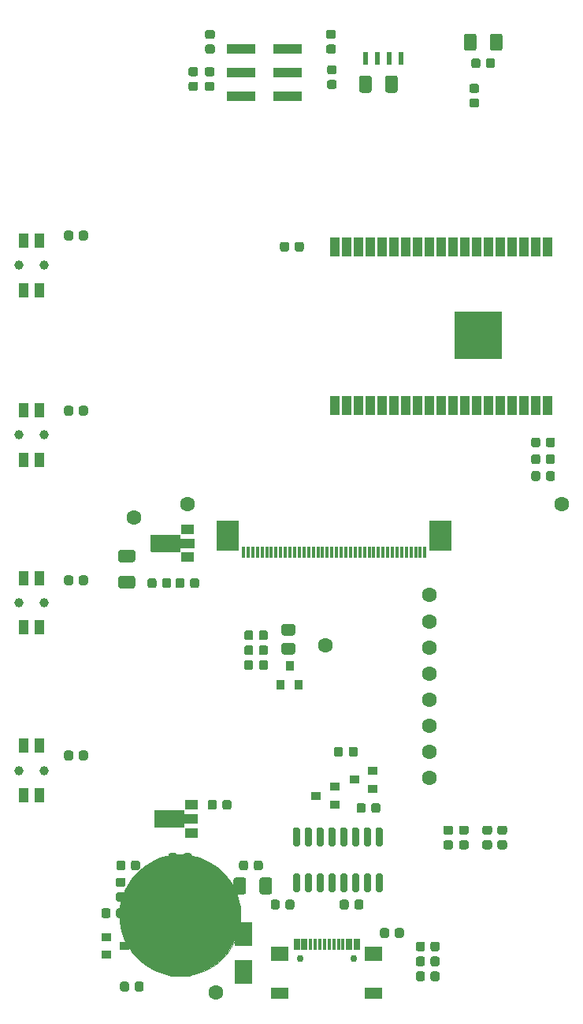
<source format=gbr>
%TF.GenerationSoftware,KiCad,Pcbnew,(5.1.6-0-10_14)*%
%TF.CreationDate,2021-01-05T22:04:13+01:00*%
%TF.ProjectId,ecsc21-badge,65637363-3231-42d6-9261-6467652e6b69,rev?*%
%TF.SameCoordinates,PX5c07920PY8b3c880*%
%TF.FileFunction,Soldermask,Bot*%
%TF.FilePolarity,Negative*%
%FSLAX46Y46*%
G04 Gerber Fmt 4.6, Leading zero omitted, Abs format (unit mm)*
G04 Created by KiCad (PCBNEW (5.1.6-0-10_14)) date 2021-01-05 22:04:13*
%MOMM*%
%LPD*%
G01*
G04 APERTURE LIST*
%ADD10C,0.010000*%
%ADD11R,0.600000X1.370000*%
%ADD12R,2.400000X3.200000*%
%ADD13R,0.400000X1.200000*%
%ADD14R,5.100000X5.100000*%
%ADD15R,1.000000X2.100000*%
%ADD16R,1.000000X0.900000*%
%ADD17C,1.000000*%
%ADD18R,1.100000X1.650000*%
%ADD19C,1.600000*%
%ADD20C,0.100000*%
%ADD21R,1.400000X1.000000*%
%ADD22R,1.900000X1.550000*%
%ADD23R,1.900000X1.300000*%
%ADD24R,0.400000X1.260000*%
%ADD25C,0.750000*%
%ADD26R,0.700000X1.260000*%
%ADD27R,0.900000X1.000000*%
%ADD28R,3.100000X1.100000*%
%ADD29R,1.900000X2.600000*%
G04 APERTURE END LIST*
D10*
%TO.C,G\u002A\u002A\u002A*%
G36*
X42444485Y10322162D02*
G01*
X42963658Y10240138D01*
X43356324Y10149464D01*
X43816474Y10008102D01*
X44271698Y9828543D01*
X44716167Y9614006D01*
X45144052Y9367712D01*
X45549525Y9092881D01*
X45926757Y8792732D01*
X46108162Y8629281D01*
X46486680Y8245248D01*
X46828533Y7840272D01*
X47133544Y7414644D01*
X47401535Y6968649D01*
X47632329Y6502576D01*
X47825747Y6016714D01*
X47940138Y5660409D01*
X48021778Y5345667D01*
X48091044Y5010415D01*
X48143740Y4675682D01*
X48155150Y4583213D01*
X48168058Y4437520D01*
X48177573Y4260934D01*
X48183619Y4064485D01*
X48186122Y3859204D01*
X48185009Y3656123D01*
X48180204Y3466273D01*
X48171634Y3300684D01*
X48164371Y3214784D01*
X48090875Y2698995D01*
X47978433Y2196941D01*
X47828604Y1710252D01*
X47642944Y1240561D01*
X47423011Y789500D01*
X47170363Y358701D01*
X46886558Y-50206D01*
X46573152Y-435587D01*
X46231704Y-795812D01*
X45863770Y-1129248D01*
X45470909Y-1434264D01*
X45054679Y-1709228D01*
X44616636Y-1952508D01*
X44158338Y-2162473D01*
X43681343Y-2337490D01*
X43187208Y-2475927D01*
X42677491Y-2576154D01*
X42629917Y-2583392D01*
X42470669Y-2602349D01*
X42279767Y-2617521D01*
X42067169Y-2628731D01*
X41842837Y-2635798D01*
X41616730Y-2638544D01*
X41398809Y-2636790D01*
X41199035Y-2630358D01*
X41027367Y-2619069D01*
X40969175Y-2613196D01*
X40445899Y-2532566D01*
X39934944Y-2411842D01*
X39437979Y-2251713D01*
X38956677Y-2052864D01*
X38492704Y-1815982D01*
X38047733Y-1541753D01*
X37640454Y-1244366D01*
X37519984Y-1143649D01*
X37380301Y-1017833D01*
X37229034Y-874551D01*
X37073812Y-721438D01*
X36922265Y-566129D01*
X36782024Y-416257D01*
X36660718Y-279458D01*
X36586731Y-190000D01*
X36369477Y103296D01*
X36160221Y422851D01*
X35964904Y758074D01*
X35789465Y1098373D01*
X35639845Y1433154D01*
X35559919Y1640916D01*
X35404012Y2137628D01*
X35288353Y2641778D01*
X35212754Y3150755D01*
X35177030Y3661952D01*
X35180994Y4172759D01*
X35224459Y4680567D01*
X35307238Y5182767D01*
X35429145Y5676750D01*
X35589994Y6159906D01*
X35789598Y6629627D01*
X35937579Y6921959D01*
X36203885Y7372046D01*
X36502446Y7796576D01*
X36831281Y8194066D01*
X37188410Y8563034D01*
X37571854Y8901995D01*
X37979631Y9209467D01*
X38409762Y9483967D01*
X38860267Y9724011D01*
X39329166Y9928116D01*
X39814478Y10094799D01*
X40314224Y10222578D01*
X40355803Y10231288D01*
X40875773Y10316961D01*
X41398543Y10360628D01*
X41922113Y10362343D01*
X42444485Y10322162D01*
G37*
X42444485Y10322162D02*
X42963658Y10240138D01*
X43356324Y10149464D01*
X43816474Y10008102D01*
X44271698Y9828543D01*
X44716167Y9614006D01*
X45144052Y9367712D01*
X45549525Y9092881D01*
X45926757Y8792732D01*
X46108162Y8629281D01*
X46486680Y8245248D01*
X46828533Y7840272D01*
X47133544Y7414644D01*
X47401535Y6968649D01*
X47632329Y6502576D01*
X47825747Y6016714D01*
X47940138Y5660409D01*
X48021778Y5345667D01*
X48091044Y5010415D01*
X48143740Y4675682D01*
X48155150Y4583213D01*
X48168058Y4437520D01*
X48177573Y4260934D01*
X48183619Y4064485D01*
X48186122Y3859204D01*
X48185009Y3656123D01*
X48180204Y3466273D01*
X48171634Y3300684D01*
X48164371Y3214784D01*
X48090875Y2698995D01*
X47978433Y2196941D01*
X47828604Y1710252D01*
X47642944Y1240561D01*
X47423011Y789500D01*
X47170363Y358701D01*
X46886558Y-50206D01*
X46573152Y-435587D01*
X46231704Y-795812D01*
X45863770Y-1129248D01*
X45470909Y-1434264D01*
X45054679Y-1709228D01*
X44616636Y-1952508D01*
X44158338Y-2162473D01*
X43681343Y-2337490D01*
X43187208Y-2475927D01*
X42677491Y-2576154D01*
X42629917Y-2583392D01*
X42470669Y-2602349D01*
X42279767Y-2617521D01*
X42067169Y-2628731D01*
X41842837Y-2635798D01*
X41616730Y-2638544D01*
X41398809Y-2636790D01*
X41199035Y-2630358D01*
X41027367Y-2619069D01*
X40969175Y-2613196D01*
X40445899Y-2532566D01*
X39934944Y-2411842D01*
X39437979Y-2251713D01*
X38956677Y-2052864D01*
X38492704Y-1815982D01*
X38047733Y-1541753D01*
X37640454Y-1244366D01*
X37519984Y-1143649D01*
X37380301Y-1017833D01*
X37229034Y-874551D01*
X37073812Y-721438D01*
X36922265Y-566129D01*
X36782024Y-416257D01*
X36660718Y-279458D01*
X36586731Y-190000D01*
X36369477Y103296D01*
X36160221Y422851D01*
X35964904Y758074D01*
X35789465Y1098373D01*
X35639845Y1433154D01*
X35559919Y1640916D01*
X35404012Y2137628D01*
X35288353Y2641778D01*
X35212754Y3150755D01*
X35177030Y3661952D01*
X35180994Y4172759D01*
X35224459Y4680567D01*
X35307238Y5182767D01*
X35429145Y5676750D01*
X35589994Y6159906D01*
X35789598Y6629627D01*
X35937579Y6921959D01*
X36203885Y7372046D01*
X36502446Y7796576D01*
X36831281Y8194066D01*
X37188410Y8563034D01*
X37571854Y8901995D01*
X37979631Y9209467D01*
X38409762Y9483967D01*
X38860267Y9724011D01*
X39329166Y9928116D01*
X39814478Y10094799D01*
X40314224Y10222578D01*
X40355803Y10231288D01*
X40875773Y10316961D01*
X41398543Y10360628D01*
X41922113Y10362343D01*
X42444485Y10322162D01*
G36*
X42444485Y10322162D02*
G01*
X42963658Y10240138D01*
X43356324Y10149464D01*
X43816474Y10008102D01*
X44271698Y9828543D01*
X44716167Y9614006D01*
X45144052Y9367712D01*
X45549525Y9092881D01*
X45926757Y8792732D01*
X46108162Y8629281D01*
X46486680Y8245248D01*
X46828533Y7840272D01*
X47133544Y7414644D01*
X47401535Y6968649D01*
X47632329Y6502576D01*
X47825747Y6016714D01*
X47940138Y5660409D01*
X48021778Y5345667D01*
X48091044Y5010415D01*
X48143740Y4675682D01*
X48155150Y4583213D01*
X48168058Y4437520D01*
X48177573Y4260934D01*
X48183619Y4064485D01*
X48186122Y3859204D01*
X48185009Y3656123D01*
X48180204Y3466273D01*
X48171634Y3300684D01*
X48164371Y3214784D01*
X48090875Y2698995D01*
X47978433Y2196941D01*
X47828604Y1710252D01*
X47642944Y1240561D01*
X47423011Y789500D01*
X47170363Y358701D01*
X46886558Y-50206D01*
X46573152Y-435587D01*
X46231704Y-795812D01*
X45863770Y-1129248D01*
X45470909Y-1434264D01*
X45054679Y-1709228D01*
X44616636Y-1952508D01*
X44158338Y-2162473D01*
X43681343Y-2337490D01*
X43187208Y-2475927D01*
X42677491Y-2576154D01*
X42629917Y-2583392D01*
X42470669Y-2602349D01*
X42279767Y-2617521D01*
X42067169Y-2628731D01*
X41842837Y-2635798D01*
X41616730Y-2638544D01*
X41398809Y-2636790D01*
X41199035Y-2630358D01*
X41027367Y-2619069D01*
X40969175Y-2613196D01*
X40445899Y-2532566D01*
X39934944Y-2411842D01*
X39437979Y-2251713D01*
X38956677Y-2052864D01*
X38492704Y-1815982D01*
X38047733Y-1541753D01*
X37640454Y-1244366D01*
X37519984Y-1143649D01*
X37380301Y-1017833D01*
X37229034Y-874551D01*
X37073812Y-721438D01*
X36922265Y-566129D01*
X36782024Y-416257D01*
X36660718Y-279458D01*
X36586731Y-190000D01*
X36369477Y103296D01*
X36160221Y422851D01*
X35964904Y758074D01*
X35789465Y1098373D01*
X35639845Y1433154D01*
X35559919Y1640916D01*
X35404012Y2137628D01*
X35288353Y2641778D01*
X35212754Y3150755D01*
X35177030Y3661952D01*
X35180994Y4172759D01*
X35224459Y4680567D01*
X35307238Y5182767D01*
X35429145Y5676750D01*
X35589994Y6159906D01*
X35789598Y6629627D01*
X35937579Y6921959D01*
X36203885Y7372046D01*
X36502446Y7796576D01*
X36831281Y8194066D01*
X37188410Y8563034D01*
X37571854Y8901995D01*
X37979631Y9209467D01*
X38409762Y9483967D01*
X38860267Y9724011D01*
X39329166Y9928116D01*
X39814478Y10094799D01*
X40314224Y10222578D01*
X40355803Y10231288D01*
X40875773Y10316961D01*
X41398543Y10360628D01*
X41922113Y10362343D01*
X42444485Y10322162D01*
G37*
X42444485Y10322162D02*
X42963658Y10240138D01*
X43356324Y10149464D01*
X43816474Y10008102D01*
X44271698Y9828543D01*
X44716167Y9614006D01*
X45144052Y9367712D01*
X45549525Y9092881D01*
X45926757Y8792732D01*
X46108162Y8629281D01*
X46486680Y8245248D01*
X46828533Y7840272D01*
X47133544Y7414644D01*
X47401535Y6968649D01*
X47632329Y6502576D01*
X47825747Y6016714D01*
X47940138Y5660409D01*
X48021778Y5345667D01*
X48091044Y5010415D01*
X48143740Y4675682D01*
X48155150Y4583213D01*
X48168058Y4437520D01*
X48177573Y4260934D01*
X48183619Y4064485D01*
X48186122Y3859204D01*
X48185009Y3656123D01*
X48180204Y3466273D01*
X48171634Y3300684D01*
X48164371Y3214784D01*
X48090875Y2698995D01*
X47978433Y2196941D01*
X47828604Y1710252D01*
X47642944Y1240561D01*
X47423011Y789500D01*
X47170363Y358701D01*
X46886558Y-50206D01*
X46573152Y-435587D01*
X46231704Y-795812D01*
X45863770Y-1129248D01*
X45470909Y-1434264D01*
X45054679Y-1709228D01*
X44616636Y-1952508D01*
X44158338Y-2162473D01*
X43681343Y-2337490D01*
X43187208Y-2475927D01*
X42677491Y-2576154D01*
X42629917Y-2583392D01*
X42470669Y-2602349D01*
X42279767Y-2617521D01*
X42067169Y-2628731D01*
X41842837Y-2635798D01*
X41616730Y-2638544D01*
X41398809Y-2636790D01*
X41199035Y-2630358D01*
X41027367Y-2619069D01*
X40969175Y-2613196D01*
X40445899Y-2532566D01*
X39934944Y-2411842D01*
X39437979Y-2251713D01*
X38956677Y-2052864D01*
X38492704Y-1815982D01*
X38047733Y-1541753D01*
X37640454Y-1244366D01*
X37519984Y-1143649D01*
X37380301Y-1017833D01*
X37229034Y-874551D01*
X37073812Y-721438D01*
X36922265Y-566129D01*
X36782024Y-416257D01*
X36660718Y-279458D01*
X36586731Y-190000D01*
X36369477Y103296D01*
X36160221Y422851D01*
X35964904Y758074D01*
X35789465Y1098373D01*
X35639845Y1433154D01*
X35559919Y1640916D01*
X35404012Y2137628D01*
X35288353Y2641778D01*
X35212754Y3150755D01*
X35177030Y3661952D01*
X35180994Y4172759D01*
X35224459Y4680567D01*
X35307238Y5182767D01*
X35429145Y5676750D01*
X35589994Y6159906D01*
X35789598Y6629627D01*
X35937579Y6921959D01*
X36203885Y7372046D01*
X36502446Y7796576D01*
X36831281Y8194066D01*
X37188410Y8563034D01*
X37571854Y8901995D01*
X37979631Y9209467D01*
X38409762Y9483967D01*
X38860267Y9724011D01*
X39329166Y9928116D01*
X39814478Y10094799D01*
X40314224Y10222578D01*
X40355803Y10231288D01*
X40875773Y10316961D01*
X41398543Y10360628D01*
X41922113Y10362343D01*
X42444485Y10322162D01*
%TO.C,U2*%
G36*
X72540000Y67270000D02*
G01*
X72540000Y68600000D01*
X71210000Y68600000D01*
X71210000Y67270000D01*
X72540000Y67270000D01*
G37*
X72540000Y67270000D02*
X72540000Y68600000D01*
X71210000Y68600000D01*
X71210000Y67270000D01*
X72540000Y67270000D01*
G36*
X72540000Y65435000D02*
G01*
X72540000Y66765000D01*
X71210000Y66765000D01*
X71210000Y65435000D01*
X72540000Y65435000D01*
G37*
X72540000Y65435000D02*
X72540000Y66765000D01*
X71210000Y66765000D01*
X71210000Y65435000D01*
X72540000Y65435000D01*
G36*
X72540000Y63600000D02*
G01*
X72540000Y64930000D01*
X71210000Y64930000D01*
X71210000Y63600000D01*
X72540000Y63600000D01*
G37*
X72540000Y63600000D02*
X72540000Y64930000D01*
X71210000Y64930000D01*
X71210000Y63600000D01*
X72540000Y63600000D01*
G36*
X76210000Y63600000D02*
G01*
X76210000Y64930000D01*
X74880000Y64930000D01*
X74880000Y63600000D01*
X76210000Y63600000D01*
G37*
X76210000Y63600000D02*
X76210000Y64930000D01*
X74880000Y64930000D01*
X74880000Y63600000D01*
X76210000Y63600000D01*
G36*
X76210000Y65435000D02*
G01*
X76210000Y66765000D01*
X74880000Y66765000D01*
X74880000Y65435000D01*
X76210000Y65435000D01*
G37*
X76210000Y65435000D02*
X76210000Y66765000D01*
X74880000Y66765000D01*
X74880000Y65435000D01*
X76210000Y65435000D01*
G36*
X76210000Y67270000D02*
G01*
X76210000Y68600000D01*
X74880000Y68600000D01*
X74880000Y67270000D01*
X76210000Y67270000D01*
G37*
X76210000Y67270000D02*
X76210000Y68600000D01*
X74880000Y68600000D01*
X74880000Y67270000D01*
X76210000Y67270000D01*
G36*
X74375000Y67270000D02*
G01*
X74375000Y68600000D01*
X73045000Y68600000D01*
X73045000Y67270000D01*
X74375000Y67270000D01*
G37*
X74375000Y67270000D02*
X74375000Y68600000D01*
X73045000Y68600000D01*
X73045000Y67270000D01*
X74375000Y67270000D01*
G36*
X74375000Y63600000D02*
G01*
X74375000Y64930000D01*
X73045000Y64930000D01*
X73045000Y63600000D01*
X74375000Y63600000D01*
G37*
X74375000Y63600000D02*
X74375000Y64930000D01*
X73045000Y64930000D01*
X73045000Y63600000D01*
X74375000Y63600000D01*
G36*
X74375000Y65435000D02*
G01*
X74375000Y66765000D01*
X73045000Y66765000D01*
X73045000Y65435000D01*
X74375000Y65435000D01*
G37*
X74375000Y65435000D02*
X74375000Y66765000D01*
X73045000Y66765000D01*
X73045000Y65435000D01*
X74375000Y65435000D01*
%TD*%
%TO.C,D6*%
G36*
G01*
X41400000Y-1918750D02*
X41400000Y-2481250D01*
G75*
G02*
X41156250Y-2725000I-243750J0D01*
G01*
X40668750Y-2725000D01*
G75*
G02*
X40425000Y-2481250I0J243750D01*
G01*
X40425000Y-1918750D01*
G75*
G02*
X40668750Y-1675000I243750J0D01*
G01*
X41156250Y-1675000D01*
G75*
G02*
X41400000Y-1918750I0J-243750D01*
G01*
G37*
G36*
G01*
X42975000Y-1918750D02*
X42975000Y-2481250D01*
G75*
G02*
X42731250Y-2725000I-243750J0D01*
G01*
X42243750Y-2725000D01*
G75*
G02*
X42000000Y-2481250I0J243750D01*
G01*
X42000000Y-1918750D01*
G75*
G02*
X42243750Y-1675000I243750J0D01*
G01*
X42731250Y-1675000D01*
G75*
G02*
X42975000Y-1918750I0J-243750D01*
G01*
G37*
%TD*%
%TO.C,D5*%
G36*
G01*
X41987500Y9718750D02*
X41987500Y10281250D01*
G75*
G02*
X42231250Y10525000I243750J0D01*
G01*
X42718750Y10525000D01*
G75*
G02*
X42962500Y10281250I0J-243750D01*
G01*
X42962500Y9718750D01*
G75*
G02*
X42718750Y9475000I-243750J0D01*
G01*
X42231250Y9475000D01*
G75*
G02*
X41987500Y9718750I0J243750D01*
G01*
G37*
G36*
G01*
X40412500Y9718750D02*
X40412500Y10281250D01*
G75*
G02*
X40656250Y10525000I243750J0D01*
G01*
X41143750Y10525000D01*
G75*
G02*
X41387500Y10281250I0J-243750D01*
G01*
X41387500Y9718750D01*
G75*
G02*
X41143750Y9475000I-243750J0D01*
G01*
X40656250Y9475000D01*
G75*
G02*
X40412500Y9718750I0J243750D01*
G01*
G37*
%TD*%
D11*
%TO.C,J5*%
X65405000Y95800000D03*
X64135000Y95800000D03*
X62865000Y95800000D03*
X61595000Y95800000D03*
%TD*%
D12*
%TO.C,J4*%
X69670000Y44550000D03*
X46830000Y44550000D03*
D13*
X68000000Y42850000D03*
X67500000Y42850000D03*
X67000000Y42850000D03*
X66500000Y42850000D03*
X66000000Y42850000D03*
X65500000Y42850000D03*
X65000000Y42850000D03*
X64500000Y42850000D03*
X64000000Y42850000D03*
X63500000Y42850000D03*
X63000000Y42850000D03*
X62500000Y42850000D03*
X62000000Y42850000D03*
X61500000Y42850000D03*
X61000000Y42850000D03*
X60500000Y42850000D03*
X60000000Y42850000D03*
X59500000Y42850000D03*
X59000000Y42850000D03*
X58500000Y42850000D03*
X58000000Y42850000D03*
X57500000Y42850000D03*
X57000000Y42850000D03*
X56500000Y42850000D03*
X56000000Y42850000D03*
X55500000Y42850000D03*
X55000000Y42850000D03*
X54500000Y42850000D03*
X54000000Y42850000D03*
X53500000Y42850000D03*
X53000000Y42850000D03*
X52500000Y42850000D03*
X52000000Y42850000D03*
X51500000Y42850000D03*
X51000000Y42850000D03*
X50500000Y42850000D03*
X50000000Y42850000D03*
X49500000Y42850000D03*
X49000000Y42850000D03*
X48500000Y42850000D03*
%TD*%
%TO.C,R29*%
G36*
G01*
X73018750Y93075000D02*
X73581250Y93075000D01*
G75*
G02*
X73825000Y92831250I0J-243750D01*
G01*
X73825000Y92343750D01*
G75*
G02*
X73581250Y92100000I-243750J0D01*
G01*
X73018750Y92100000D01*
G75*
G02*
X72775000Y92343750I0J243750D01*
G01*
X72775000Y92831250D01*
G75*
G02*
X73018750Y93075000I243750J0D01*
G01*
G37*
G36*
G01*
X73018750Y91500000D02*
X73581250Y91500000D01*
G75*
G02*
X73825000Y91256250I0J-243750D01*
G01*
X73825000Y90768750D01*
G75*
G02*
X73581250Y90525000I-243750J0D01*
G01*
X73018750Y90525000D01*
G75*
G02*
X72775000Y90768750I0J243750D01*
G01*
X72775000Y91256250D01*
G75*
G02*
X73018750Y91500000I243750J0D01*
G01*
G37*
%TD*%
%TO.C,R28*%
G36*
G01*
X58181250Y96325000D02*
X57618750Y96325000D01*
G75*
G02*
X57375000Y96568750I0J243750D01*
G01*
X57375000Y97056250D01*
G75*
G02*
X57618750Y97300000I243750J0D01*
G01*
X58181250Y97300000D01*
G75*
G02*
X58425000Y97056250I0J-243750D01*
G01*
X58425000Y96568750D01*
G75*
G02*
X58181250Y96325000I-243750J0D01*
G01*
G37*
G36*
G01*
X58181250Y97900000D02*
X57618750Y97900000D01*
G75*
G02*
X57375000Y98143750I0J243750D01*
G01*
X57375000Y98631250D01*
G75*
G02*
X57618750Y98875000I243750J0D01*
G01*
X58181250Y98875000D01*
G75*
G02*
X58425000Y98631250I0J-243750D01*
G01*
X58425000Y98143750D01*
G75*
G02*
X58181250Y97900000I-243750J0D01*
G01*
G37*
%TD*%
%TO.C,R27*%
G36*
G01*
X36200000Y-3518750D02*
X36200000Y-4081250D01*
G75*
G02*
X35956250Y-4325000I-243750J0D01*
G01*
X35468750Y-4325000D01*
G75*
G02*
X35225000Y-4081250I0J243750D01*
G01*
X35225000Y-3518750D01*
G75*
G02*
X35468750Y-3275000I243750J0D01*
G01*
X35956250Y-3275000D01*
G75*
G02*
X36200000Y-3518750I0J-243750D01*
G01*
G37*
G36*
G01*
X37775000Y-3518750D02*
X37775000Y-4081250D01*
G75*
G02*
X37531250Y-4325000I-243750J0D01*
G01*
X37043750Y-4325000D01*
G75*
G02*
X36800000Y-4081250I0J243750D01*
G01*
X36800000Y-3518750D01*
G75*
G02*
X37043750Y-3275000I243750J0D01*
G01*
X37531250Y-3275000D01*
G75*
G02*
X37775000Y-3518750I0J-243750D01*
G01*
G37*
%TD*%
%TO.C,R12*%
G36*
G01*
X35018750Y6300000D02*
X35581250Y6300000D01*
G75*
G02*
X35825000Y6056250I0J-243750D01*
G01*
X35825000Y5568750D01*
G75*
G02*
X35581250Y5325000I-243750J0D01*
G01*
X35018750Y5325000D01*
G75*
G02*
X34775000Y5568750I0J243750D01*
G01*
X34775000Y6056250D01*
G75*
G02*
X35018750Y6300000I243750J0D01*
G01*
G37*
G36*
G01*
X35018750Y7875000D02*
X35581250Y7875000D01*
G75*
G02*
X35825000Y7631250I0J-243750D01*
G01*
X35825000Y7143750D01*
G75*
G02*
X35581250Y6900000I-243750J0D01*
G01*
X35018750Y6900000D01*
G75*
G02*
X34775000Y7143750I0J243750D01*
G01*
X34775000Y7631250D01*
G75*
G02*
X35018750Y7875000I243750J0D01*
G01*
G37*
%TD*%
%TO.C,R21*%
G36*
G01*
X57718750Y95075000D02*
X58281250Y95075000D01*
G75*
G02*
X58525000Y94831250I0J-243750D01*
G01*
X58525000Y94343750D01*
G75*
G02*
X58281250Y94100000I-243750J0D01*
G01*
X57718750Y94100000D01*
G75*
G02*
X57475000Y94343750I0J243750D01*
G01*
X57475000Y94831250D01*
G75*
G02*
X57718750Y95075000I243750J0D01*
G01*
G37*
G36*
G01*
X57718750Y93500000D02*
X58281250Y93500000D01*
G75*
G02*
X58525000Y93256250I0J-243750D01*
G01*
X58525000Y92768750D01*
G75*
G02*
X58281250Y92525000I-243750J0D01*
G01*
X57718750Y92525000D01*
G75*
G02*
X57475000Y92768750I0J243750D01*
G01*
X57475000Y93256250D01*
G75*
G02*
X57718750Y93500000I243750J0D01*
G01*
G37*
%TD*%
D14*
%TO.C,U2*%
X73710000Y66100000D03*
D15*
X81210000Y75600000D03*
X79940000Y75600000D03*
X78670000Y75600000D03*
X77400000Y75600000D03*
X76130000Y75600000D03*
X74860000Y75600000D03*
X73590000Y75600000D03*
X72320000Y75600000D03*
X71050000Y75600000D03*
X69780000Y75600000D03*
X68510000Y75600000D03*
X67240000Y75600000D03*
X65970000Y75600000D03*
X64700000Y75600000D03*
X63430000Y75600000D03*
X62160000Y75600000D03*
X60890000Y75600000D03*
X59620000Y75600000D03*
X58350000Y75600000D03*
X58350000Y58600000D03*
X59620000Y58600000D03*
X60890000Y58600000D03*
X62160000Y58600000D03*
X63430000Y58600000D03*
X64700000Y58600000D03*
X65970000Y58600000D03*
X67240000Y58600000D03*
X68510000Y58600000D03*
X69780000Y58600000D03*
X71050000Y58600000D03*
X72320000Y58600000D03*
X73590000Y58600000D03*
X74860000Y58600000D03*
X76130000Y58600000D03*
X77400000Y58600000D03*
X78670000Y58600000D03*
X79940000Y58600000D03*
X81210000Y58600000D03*
%TD*%
%TO.C,R26*%
G36*
G01*
X34810000Y3803750D02*
X34810000Y4366250D01*
G75*
G02*
X35053750Y4610000I243750J0D01*
G01*
X35541250Y4610000D01*
G75*
G02*
X35785000Y4366250I0J-243750D01*
G01*
X35785000Y3803750D01*
G75*
G02*
X35541250Y3560000I-243750J0D01*
G01*
X35053750Y3560000D01*
G75*
G02*
X34810000Y3803750I0J243750D01*
G01*
G37*
G36*
G01*
X33235000Y3803750D02*
X33235000Y4366250D01*
G75*
G02*
X33478750Y4610000I243750J0D01*
G01*
X33966250Y4610000D01*
G75*
G02*
X34210000Y4366250I0J-243750D01*
G01*
X34210000Y3803750D01*
G75*
G02*
X33966250Y3560000I-243750J0D01*
G01*
X33478750Y3560000D01*
G75*
G02*
X33235000Y3803750I0J243750D01*
G01*
G37*
%TD*%
D16*
%TO.C,Q1*%
X35730000Y555000D03*
X33730000Y1505000D03*
X33730000Y-395000D03*
%TD*%
%TO.C,D4*%
G36*
G01*
X76325000Y98205000D02*
X76325000Y96895000D01*
G75*
G02*
X76055000Y96625000I-270000J0D01*
G01*
X75245000Y96625000D01*
G75*
G02*
X74975000Y96895000I0J270000D01*
G01*
X74975000Y98205000D01*
G75*
G02*
X75245000Y98475000I270000J0D01*
G01*
X76055000Y98475000D01*
G75*
G02*
X76325000Y98205000I0J-270000D01*
G01*
G37*
G36*
G01*
X73525000Y98205000D02*
X73525000Y96895000D01*
G75*
G02*
X73255000Y96625000I-270000J0D01*
G01*
X72445000Y96625000D01*
G75*
G02*
X72175000Y96895000I0J270000D01*
G01*
X72175000Y98205000D01*
G75*
G02*
X72445000Y98475000I270000J0D01*
G01*
X73255000Y98475000D01*
G75*
G02*
X73525000Y98205000I0J-270000D01*
G01*
G37*
%TD*%
%TO.C,R25*%
G36*
G01*
X75525000Y95581250D02*
X75525000Y95018750D01*
G75*
G02*
X75281250Y94775000I-243750J0D01*
G01*
X74793750Y94775000D01*
G75*
G02*
X74550000Y95018750I0J243750D01*
G01*
X74550000Y95581250D01*
G75*
G02*
X74793750Y95825000I243750J0D01*
G01*
X75281250Y95825000D01*
G75*
G02*
X75525000Y95581250I0J-243750D01*
G01*
G37*
G36*
G01*
X73950000Y95581250D02*
X73950000Y95018750D01*
G75*
G02*
X73706250Y94775000I-243750J0D01*
G01*
X73218750Y94775000D01*
G75*
G02*
X72975000Y95018750I0J243750D01*
G01*
X72975000Y95581250D01*
G75*
G02*
X73218750Y95825000I243750J0D01*
G01*
X73706250Y95825000D01*
G75*
G02*
X73950000Y95581250I0J-243750D01*
G01*
G37*
%TD*%
%TO.C,R24*%
G36*
G01*
X44618750Y98875000D02*
X45181250Y98875000D01*
G75*
G02*
X45425000Y98631250I0J-243750D01*
G01*
X45425000Y98143750D01*
G75*
G02*
X45181250Y97900000I-243750J0D01*
G01*
X44618750Y97900000D01*
G75*
G02*
X44375000Y98143750I0J243750D01*
G01*
X44375000Y98631250D01*
G75*
G02*
X44618750Y98875000I243750J0D01*
G01*
G37*
G36*
G01*
X44618750Y97300000D02*
X45181250Y97300000D01*
G75*
G02*
X45425000Y97056250I0J-243750D01*
G01*
X45425000Y96568750D01*
G75*
G02*
X45181250Y96325000I-243750J0D01*
G01*
X44618750Y96325000D01*
G75*
G02*
X44375000Y96568750I0J243750D01*
G01*
X44375000Y97056250D01*
G75*
G02*
X44618750Y97300000I243750J0D01*
G01*
G37*
%TD*%
%TO.C,C11*%
G36*
G01*
X60925000Y92395000D02*
X60925000Y93705000D01*
G75*
G02*
X61195000Y93975000I270000J0D01*
G01*
X62005000Y93975000D01*
G75*
G02*
X62275000Y93705000I0J-270000D01*
G01*
X62275000Y92395000D01*
G75*
G02*
X62005000Y92125000I-270000J0D01*
G01*
X61195000Y92125000D01*
G75*
G02*
X60925000Y92395000I0J270000D01*
G01*
G37*
G36*
G01*
X63725000Y92395000D02*
X63725000Y93705000D01*
G75*
G02*
X63995000Y93975000I270000J0D01*
G01*
X64805000Y93975000D01*
G75*
G02*
X65075000Y93705000I0J-270000D01*
G01*
X65075000Y92395000D01*
G75*
G02*
X64805000Y92125000I-270000J0D01*
G01*
X63995000Y92125000D01*
G75*
G02*
X63725000Y92395000I0J270000D01*
G01*
G37*
%TD*%
D17*
%TO.C,SW4*%
X27075000Y19400000D03*
X24325000Y19400000D03*
D18*
X26550000Y16750000D03*
X26550000Y22050000D03*
X24850000Y16750000D03*
X24850000Y22050000D03*
%TD*%
D17*
%TO.C,SW3*%
X27075000Y37400000D03*
X24325000Y37400000D03*
D18*
X26550000Y34750000D03*
X26550000Y40050000D03*
X24850000Y34750000D03*
X24850000Y40050000D03*
%TD*%
D17*
%TO.C,SW2*%
X27075000Y55400000D03*
X24325000Y55400000D03*
D18*
X26550000Y52750000D03*
X26550000Y58050000D03*
X24850000Y52750000D03*
X24850000Y58050000D03*
%TD*%
D17*
%TO.C,SW1*%
X27075000Y73600000D03*
X24325000Y73600000D03*
D18*
X26550000Y70950000D03*
X26550000Y76250000D03*
X24850000Y70950000D03*
X24850000Y76250000D03*
%TD*%
%TO.C,C6*%
G36*
G01*
X35295000Y40275000D02*
X36605000Y40275000D01*
G75*
G02*
X36875000Y40005000I0J-270000D01*
G01*
X36875000Y39195000D01*
G75*
G02*
X36605000Y38925000I-270000J0D01*
G01*
X35295000Y38925000D01*
G75*
G02*
X35025000Y39195000I0J270000D01*
G01*
X35025000Y40005000D01*
G75*
G02*
X35295000Y40275000I270000J0D01*
G01*
G37*
G36*
G01*
X35295000Y43075000D02*
X36605000Y43075000D01*
G75*
G02*
X36875000Y42805000I0J-270000D01*
G01*
X36875000Y41995000D01*
G75*
G02*
X36605000Y41725000I-270000J0D01*
G01*
X35295000Y41725000D01*
G75*
G02*
X35025000Y41995000I0J270000D01*
G01*
X35025000Y42805000D01*
G75*
G02*
X35295000Y43075000I270000J0D01*
G01*
G37*
%TD*%
D19*
%TO.C,TP13*%
X45500000Y-4400000D03*
%TD*%
%TO.C,TP12*%
X82700000Y48000000D03*
%TD*%
%TO.C,TP11*%
X68500000Y21400000D03*
%TD*%
%TO.C,TP10*%
X68500000Y24200000D03*
%TD*%
%TO.C,TP9*%
X68500000Y27000000D03*
%TD*%
%TO.C,TP8*%
X68500000Y29800000D03*
%TD*%
%TO.C,TP7*%
X68500000Y32600000D03*
%TD*%
%TO.C,TP6*%
X68500000Y35400000D03*
%TD*%
%TO.C,TP5*%
X68500000Y38200000D03*
%TD*%
%TO.C,TP4*%
X68500000Y18600000D03*
%TD*%
%TO.C,TP3*%
X57300000Y32800000D03*
%TD*%
%TO.C,TP2*%
X42450000Y48000000D03*
%TD*%
%TO.C,TP1*%
X36700000Y46500000D03*
%TD*%
%TO.C,R9*%
G36*
G01*
X49550000Y32581250D02*
X49550000Y32018750D01*
G75*
G02*
X49306250Y31775000I-243750J0D01*
G01*
X48818750Y31775000D01*
G75*
G02*
X48575000Y32018750I0J243750D01*
G01*
X48575000Y32581250D01*
G75*
G02*
X48818750Y32825000I243750J0D01*
G01*
X49306250Y32825000D01*
G75*
G02*
X49550000Y32581250I0J-243750D01*
G01*
G37*
G36*
G01*
X51125000Y32581250D02*
X51125000Y32018750D01*
G75*
G02*
X50881250Y31775000I-243750J0D01*
G01*
X50393750Y31775000D01*
G75*
G02*
X50150000Y32018750I0J243750D01*
G01*
X50150000Y32581250D01*
G75*
G02*
X50393750Y32825000I243750J0D01*
G01*
X50881250Y32825000D01*
G75*
G02*
X51125000Y32581250I0J-243750D01*
G01*
G37*
%TD*%
%TO.C,R6*%
G36*
G01*
X49550000Y34181250D02*
X49550000Y33618750D01*
G75*
G02*
X49306250Y33375000I-243750J0D01*
G01*
X48818750Y33375000D01*
G75*
G02*
X48575000Y33618750I0J243750D01*
G01*
X48575000Y34181250D01*
G75*
G02*
X48818750Y34425000I243750J0D01*
G01*
X49306250Y34425000D01*
G75*
G02*
X49550000Y34181250I0J-243750D01*
G01*
G37*
G36*
G01*
X51125000Y34181250D02*
X51125000Y33618750D01*
G75*
G02*
X50881250Y33375000I-243750J0D01*
G01*
X50393750Y33375000D01*
G75*
G02*
X50150000Y33618750I0J243750D01*
G01*
X50150000Y34181250D01*
G75*
G02*
X50393750Y34425000I243750J0D01*
G01*
X50881250Y34425000D01*
G75*
G02*
X51125000Y34181250I0J-243750D01*
G01*
G37*
%TD*%
%TO.C,R4*%
G36*
G01*
X49550000Y30981250D02*
X49550000Y30418750D01*
G75*
G02*
X49306250Y30175000I-243750J0D01*
G01*
X48818750Y30175000D01*
G75*
G02*
X48575000Y30418750I0J243750D01*
G01*
X48575000Y30981250D01*
G75*
G02*
X48818750Y31225000I243750J0D01*
G01*
X49306250Y31225000D01*
G75*
G02*
X49550000Y30981250I0J-243750D01*
G01*
G37*
G36*
G01*
X51125000Y30981250D02*
X51125000Y30418750D01*
G75*
G02*
X50881250Y30175000I-243750J0D01*
G01*
X50393750Y30175000D01*
G75*
G02*
X50150000Y30418750I0J243750D01*
G01*
X50150000Y30981250D01*
G75*
G02*
X50393750Y31225000I243750J0D01*
G01*
X50881250Y31225000D01*
G75*
G02*
X51125000Y30981250I0J-243750D01*
G01*
G37*
%TD*%
D20*
%TO.C,U4*%
G36*
X38560245Y42854461D02*
G01*
X38550866Y42857306D01*
X38542221Y42861927D01*
X38534645Y42868145D01*
X38528427Y42875721D01*
X38523806Y42884366D01*
X38520961Y42893745D01*
X38520000Y42903500D01*
X38520000Y44636500D01*
X38520961Y44646255D01*
X38523806Y44655634D01*
X38528427Y44664279D01*
X38534645Y44671855D01*
X38542221Y44678073D01*
X38550866Y44682694D01*
X38560245Y44685539D01*
X38570000Y44686500D01*
X41695000Y44686500D01*
X41704755Y44685539D01*
X41714134Y44682694D01*
X41722779Y44678073D01*
X41730355Y44671855D01*
X41736573Y44664279D01*
X41741194Y44655634D01*
X41744039Y44646255D01*
X41745000Y44636500D01*
X41745000Y44270000D01*
X43170000Y44270000D01*
X43179755Y44269039D01*
X43189134Y44266194D01*
X43197779Y44261573D01*
X43205355Y44255355D01*
X43211573Y44247779D01*
X43216194Y44239134D01*
X43219039Y44229755D01*
X43220000Y44220000D01*
X43220000Y43320000D01*
X43219039Y43310245D01*
X43216194Y43300866D01*
X43211573Y43292221D01*
X43205355Y43284645D01*
X43197779Y43278427D01*
X43189134Y43273806D01*
X43179755Y43270961D01*
X43170000Y43270000D01*
X41745000Y43270000D01*
X41745000Y42903500D01*
X41744039Y42893745D01*
X41741194Y42884366D01*
X41736573Y42875721D01*
X41730355Y42868145D01*
X41722779Y42861927D01*
X41714134Y42857306D01*
X41704755Y42854461D01*
X41695000Y42853500D01*
X38570000Y42853500D01*
X38560245Y42854461D01*
G37*
D21*
X42520000Y42270000D03*
X42520000Y45270000D03*
%TD*%
%TO.C,R1*%
G36*
G01*
X52841738Y33080000D02*
X53798262Y33080000D01*
G75*
G02*
X54070000Y32808262I0J-271738D01*
G01*
X54070000Y32101738D01*
G75*
G02*
X53798262Y31830000I-271738J0D01*
G01*
X52841738Y31830000D01*
G75*
G02*
X52570000Y32101738I0J271738D01*
G01*
X52570000Y32808262D01*
G75*
G02*
X52841738Y33080000I271738J0D01*
G01*
G37*
G36*
G01*
X52841738Y35130000D02*
X53798262Y35130000D01*
G75*
G02*
X54070000Y34858262I0J-271738D01*
G01*
X54070000Y34151738D01*
G75*
G02*
X53798262Y33880000I-271738J0D01*
G01*
X52841738Y33880000D01*
G75*
G02*
X52570000Y34151738I0J271738D01*
G01*
X52570000Y34858262D01*
G75*
G02*
X52841738Y35130000I271738J0D01*
G01*
G37*
%TD*%
%TO.C,C10*%
G36*
G01*
X39750000Y39218750D02*
X39750000Y39781250D01*
G75*
G02*
X39993750Y40025000I243750J0D01*
G01*
X40481250Y40025000D01*
G75*
G02*
X40725000Y39781250I0J-243750D01*
G01*
X40725000Y39218750D01*
G75*
G02*
X40481250Y38975000I-243750J0D01*
G01*
X39993750Y38975000D01*
G75*
G02*
X39750000Y39218750I0J243750D01*
G01*
G37*
G36*
G01*
X38175000Y39218750D02*
X38175000Y39781250D01*
G75*
G02*
X38418750Y40025000I243750J0D01*
G01*
X38906250Y40025000D01*
G75*
G02*
X39150000Y39781250I0J-243750D01*
G01*
X39150000Y39218750D01*
G75*
G02*
X38906250Y38975000I-243750J0D01*
G01*
X38418750Y38975000D01*
G75*
G02*
X38175000Y39218750I0J243750D01*
G01*
G37*
%TD*%
%TO.C,C9*%
G36*
G01*
X42750000Y39218750D02*
X42750000Y39781250D01*
G75*
G02*
X42993750Y40025000I243750J0D01*
G01*
X43481250Y40025000D01*
G75*
G02*
X43725000Y39781250I0J-243750D01*
G01*
X43725000Y39218750D01*
G75*
G02*
X43481250Y38975000I-243750J0D01*
G01*
X42993750Y38975000D01*
G75*
G02*
X42750000Y39218750I0J243750D01*
G01*
G37*
G36*
G01*
X41175000Y39218750D02*
X41175000Y39781250D01*
G75*
G02*
X41418750Y40025000I243750J0D01*
G01*
X41906250Y40025000D01*
G75*
G02*
X42150000Y39781250I0J-243750D01*
G01*
X42150000Y39218750D01*
G75*
G02*
X41906250Y38975000I-243750J0D01*
G01*
X41418750Y38975000D01*
G75*
G02*
X41175000Y39218750I0J243750D01*
G01*
G37*
%TD*%
D22*
%TO.C,J3*%
X62500000Y-320000D03*
X52400000Y-320000D03*
D23*
X62500000Y-4500000D03*
X52400000Y-4500000D03*
D24*
X58200000Y710000D03*
X57700000Y710000D03*
X57200000Y710000D03*
X59200000Y710000D03*
X58700000Y710000D03*
X56200000Y710000D03*
X56700000Y710000D03*
X55700000Y710000D03*
D25*
X54560000Y-800000D03*
X60340000Y-800000D03*
D26*
X59850000Y710000D03*
X59850000Y710000D03*
X60650000Y710000D03*
X60650000Y710000D03*
X55050000Y710000D03*
X54250000Y710000D03*
X55050000Y710000D03*
X54250000Y710000D03*
%TD*%
%TO.C,U3*%
G36*
G01*
X63270000Y11250000D02*
X62920000Y11250000D01*
G75*
G02*
X62745000Y11425000I0J175000D01*
G01*
X62745000Y13125000D01*
G75*
G02*
X62920000Y13300000I175000J0D01*
G01*
X63270000Y13300000D01*
G75*
G02*
X63445000Y13125000I0J-175000D01*
G01*
X63445000Y11425000D01*
G75*
G02*
X63270000Y11250000I-175000J0D01*
G01*
G37*
G36*
G01*
X62000000Y11250000D02*
X61650000Y11250000D01*
G75*
G02*
X61475000Y11425000I0J175000D01*
G01*
X61475000Y13125000D01*
G75*
G02*
X61650000Y13300000I175000J0D01*
G01*
X62000000Y13300000D01*
G75*
G02*
X62175000Y13125000I0J-175000D01*
G01*
X62175000Y11425000D01*
G75*
G02*
X62000000Y11250000I-175000J0D01*
G01*
G37*
G36*
G01*
X60730000Y11250000D02*
X60380000Y11250000D01*
G75*
G02*
X60205000Y11425000I0J175000D01*
G01*
X60205000Y13125000D01*
G75*
G02*
X60380000Y13300000I175000J0D01*
G01*
X60730000Y13300000D01*
G75*
G02*
X60905000Y13125000I0J-175000D01*
G01*
X60905000Y11425000D01*
G75*
G02*
X60730000Y11250000I-175000J0D01*
G01*
G37*
G36*
G01*
X59460000Y11250000D02*
X59110000Y11250000D01*
G75*
G02*
X58935000Y11425000I0J175000D01*
G01*
X58935000Y13125000D01*
G75*
G02*
X59110000Y13300000I175000J0D01*
G01*
X59460000Y13300000D01*
G75*
G02*
X59635000Y13125000I0J-175000D01*
G01*
X59635000Y11425000D01*
G75*
G02*
X59460000Y11250000I-175000J0D01*
G01*
G37*
G36*
G01*
X58190000Y11250000D02*
X57840000Y11250000D01*
G75*
G02*
X57665000Y11425000I0J175000D01*
G01*
X57665000Y13125000D01*
G75*
G02*
X57840000Y13300000I175000J0D01*
G01*
X58190000Y13300000D01*
G75*
G02*
X58365000Y13125000I0J-175000D01*
G01*
X58365000Y11425000D01*
G75*
G02*
X58190000Y11250000I-175000J0D01*
G01*
G37*
G36*
G01*
X56920000Y11250000D02*
X56570000Y11250000D01*
G75*
G02*
X56395000Y11425000I0J175000D01*
G01*
X56395000Y13125000D01*
G75*
G02*
X56570000Y13300000I175000J0D01*
G01*
X56920000Y13300000D01*
G75*
G02*
X57095000Y13125000I0J-175000D01*
G01*
X57095000Y11425000D01*
G75*
G02*
X56920000Y11250000I-175000J0D01*
G01*
G37*
G36*
G01*
X55650000Y11250000D02*
X55300000Y11250000D01*
G75*
G02*
X55125000Y11425000I0J175000D01*
G01*
X55125000Y13125000D01*
G75*
G02*
X55300000Y13300000I175000J0D01*
G01*
X55650000Y13300000D01*
G75*
G02*
X55825000Y13125000I0J-175000D01*
G01*
X55825000Y11425000D01*
G75*
G02*
X55650000Y11250000I-175000J0D01*
G01*
G37*
G36*
G01*
X54380000Y11250000D02*
X54030000Y11250000D01*
G75*
G02*
X53855000Y11425000I0J175000D01*
G01*
X53855000Y13125000D01*
G75*
G02*
X54030000Y13300000I175000J0D01*
G01*
X54380000Y13300000D01*
G75*
G02*
X54555000Y13125000I0J-175000D01*
G01*
X54555000Y11425000D01*
G75*
G02*
X54380000Y11250000I-175000J0D01*
G01*
G37*
G36*
G01*
X54380000Y6300000D02*
X54030000Y6300000D01*
G75*
G02*
X53855000Y6475000I0J175000D01*
G01*
X53855000Y8175000D01*
G75*
G02*
X54030000Y8350000I175000J0D01*
G01*
X54380000Y8350000D01*
G75*
G02*
X54555000Y8175000I0J-175000D01*
G01*
X54555000Y6475000D01*
G75*
G02*
X54380000Y6300000I-175000J0D01*
G01*
G37*
G36*
G01*
X55650000Y6300000D02*
X55300000Y6300000D01*
G75*
G02*
X55125000Y6475000I0J175000D01*
G01*
X55125000Y8175000D01*
G75*
G02*
X55300000Y8350000I175000J0D01*
G01*
X55650000Y8350000D01*
G75*
G02*
X55825000Y8175000I0J-175000D01*
G01*
X55825000Y6475000D01*
G75*
G02*
X55650000Y6300000I-175000J0D01*
G01*
G37*
G36*
G01*
X56920000Y6300000D02*
X56570000Y6300000D01*
G75*
G02*
X56395000Y6475000I0J175000D01*
G01*
X56395000Y8175000D01*
G75*
G02*
X56570000Y8350000I175000J0D01*
G01*
X56920000Y8350000D01*
G75*
G02*
X57095000Y8175000I0J-175000D01*
G01*
X57095000Y6475000D01*
G75*
G02*
X56920000Y6300000I-175000J0D01*
G01*
G37*
G36*
G01*
X58190000Y6300000D02*
X57840000Y6300000D01*
G75*
G02*
X57665000Y6475000I0J175000D01*
G01*
X57665000Y8175000D01*
G75*
G02*
X57840000Y8350000I175000J0D01*
G01*
X58190000Y8350000D01*
G75*
G02*
X58365000Y8175000I0J-175000D01*
G01*
X58365000Y6475000D01*
G75*
G02*
X58190000Y6300000I-175000J0D01*
G01*
G37*
G36*
G01*
X59460000Y6300000D02*
X59110000Y6300000D01*
G75*
G02*
X58935000Y6475000I0J175000D01*
G01*
X58935000Y8175000D01*
G75*
G02*
X59110000Y8350000I175000J0D01*
G01*
X59460000Y8350000D01*
G75*
G02*
X59635000Y8175000I0J-175000D01*
G01*
X59635000Y6475000D01*
G75*
G02*
X59460000Y6300000I-175000J0D01*
G01*
G37*
G36*
G01*
X60730000Y6300000D02*
X60380000Y6300000D01*
G75*
G02*
X60205000Y6475000I0J175000D01*
G01*
X60205000Y8175000D01*
G75*
G02*
X60380000Y8350000I175000J0D01*
G01*
X60730000Y8350000D01*
G75*
G02*
X60905000Y8175000I0J-175000D01*
G01*
X60905000Y6475000D01*
G75*
G02*
X60730000Y6300000I-175000J0D01*
G01*
G37*
G36*
G01*
X62000000Y6300000D02*
X61650000Y6300000D01*
G75*
G02*
X61475000Y6475000I0J175000D01*
G01*
X61475000Y8175000D01*
G75*
G02*
X61650000Y8350000I175000J0D01*
G01*
X62000000Y8350000D01*
G75*
G02*
X62175000Y8175000I0J-175000D01*
G01*
X62175000Y6475000D01*
G75*
G02*
X62000000Y6300000I-175000J0D01*
G01*
G37*
G36*
G01*
X63270000Y6300000D02*
X62920000Y6300000D01*
G75*
G02*
X62745000Y6475000I0J175000D01*
G01*
X62745000Y8175000D01*
G75*
G02*
X62920000Y8350000I175000J0D01*
G01*
X63270000Y8350000D01*
G75*
G02*
X63445000Y8175000I0J-175000D01*
G01*
X63445000Y6475000D01*
G75*
G02*
X63270000Y6300000I-175000J0D01*
G01*
G37*
%TD*%
D20*
%TO.C,U1*%
G36*
X38940245Y13284461D02*
G01*
X38930866Y13287306D01*
X38922221Y13291927D01*
X38914645Y13298145D01*
X38908427Y13305721D01*
X38903806Y13314366D01*
X38900961Y13323745D01*
X38900000Y13333500D01*
X38900000Y15066500D01*
X38900961Y15076255D01*
X38903806Y15085634D01*
X38908427Y15094279D01*
X38914645Y15101855D01*
X38922221Y15108073D01*
X38930866Y15112694D01*
X38940245Y15115539D01*
X38950000Y15116500D01*
X42075000Y15116500D01*
X42084755Y15115539D01*
X42094134Y15112694D01*
X42102779Y15108073D01*
X42110355Y15101855D01*
X42116573Y15094279D01*
X42121194Y15085634D01*
X42124039Y15076255D01*
X42125000Y15066500D01*
X42125000Y14700000D01*
X43550000Y14700000D01*
X43559755Y14699039D01*
X43569134Y14696194D01*
X43577779Y14691573D01*
X43585355Y14685355D01*
X43591573Y14677779D01*
X43596194Y14669134D01*
X43599039Y14659755D01*
X43600000Y14650000D01*
X43600000Y13750000D01*
X43599039Y13740245D01*
X43596194Y13730866D01*
X43591573Y13722221D01*
X43585355Y13714645D01*
X43577779Y13708427D01*
X43569134Y13703806D01*
X43559755Y13700961D01*
X43550000Y13700000D01*
X42125000Y13700000D01*
X42125000Y13333500D01*
X42124039Y13323745D01*
X42121194Y13314366D01*
X42116573Y13305721D01*
X42110355Y13298145D01*
X42102779Y13291927D01*
X42094134Y13287306D01*
X42084755Y13284461D01*
X42075000Y13283500D01*
X38950000Y13283500D01*
X38940245Y13284461D01*
G37*
D21*
X42900000Y12700000D03*
X42900000Y15700000D03*
%TD*%
%TO.C,R23*%
G36*
G01*
X64150000Y2231250D02*
X64150000Y1668750D01*
G75*
G02*
X63906250Y1425000I-243750J0D01*
G01*
X63418750Y1425000D01*
G75*
G02*
X63175000Y1668750I0J243750D01*
G01*
X63175000Y2231250D01*
G75*
G02*
X63418750Y2475000I243750J0D01*
G01*
X63906250Y2475000D01*
G75*
G02*
X64150000Y2231250I0J-243750D01*
G01*
G37*
G36*
G01*
X65725000Y2231250D02*
X65725000Y1668750D01*
G75*
G02*
X65481250Y1425000I-243750J0D01*
G01*
X64993750Y1425000D01*
G75*
G02*
X64750000Y1668750I0J243750D01*
G01*
X64750000Y2231250D01*
G75*
G02*
X64993750Y2475000I243750J0D01*
G01*
X65481250Y2475000D01*
G75*
G02*
X65725000Y2231250I0J-243750D01*
G01*
G37*
%TD*%
%TO.C,R22*%
G36*
G01*
X53000000Y4718750D02*
X53000000Y5281250D01*
G75*
G02*
X53243750Y5525000I243750J0D01*
G01*
X53731250Y5525000D01*
G75*
G02*
X53975000Y5281250I0J-243750D01*
G01*
X53975000Y4718750D01*
G75*
G02*
X53731250Y4475000I-243750J0D01*
G01*
X53243750Y4475000D01*
G75*
G02*
X53000000Y4718750I0J243750D01*
G01*
G37*
G36*
G01*
X51425000Y4718750D02*
X51425000Y5281250D01*
G75*
G02*
X51668750Y5525000I243750J0D01*
G01*
X52156250Y5525000D01*
G75*
G02*
X52400000Y5281250I0J-243750D01*
G01*
X52400000Y4718750D01*
G75*
G02*
X52156250Y4475000I-243750J0D01*
G01*
X51668750Y4475000D01*
G75*
G02*
X51425000Y4718750I0J243750D01*
G01*
G37*
%TD*%
%TO.C,R20*%
G36*
G01*
X74408750Y11900000D02*
X74971250Y11900000D01*
G75*
G02*
X75215000Y11656250I0J-243750D01*
G01*
X75215000Y11168750D01*
G75*
G02*
X74971250Y10925000I-243750J0D01*
G01*
X74408750Y10925000D01*
G75*
G02*
X74165000Y11168750I0J243750D01*
G01*
X74165000Y11656250D01*
G75*
G02*
X74408750Y11900000I243750J0D01*
G01*
G37*
G36*
G01*
X74408750Y13475000D02*
X74971250Y13475000D01*
G75*
G02*
X75215000Y13231250I0J-243750D01*
G01*
X75215000Y12743750D01*
G75*
G02*
X74971250Y12500000I-243750J0D01*
G01*
X74408750Y12500000D01*
G75*
G02*
X74165000Y12743750I0J243750D01*
G01*
X74165000Y13231250D01*
G75*
G02*
X74408750Y13475000I243750J0D01*
G01*
G37*
%TD*%
%TO.C,R19*%
G36*
G01*
X70781250Y12500000D02*
X70218750Y12500000D01*
G75*
G02*
X69975000Y12743750I0J243750D01*
G01*
X69975000Y13231250D01*
G75*
G02*
X70218750Y13475000I243750J0D01*
G01*
X70781250Y13475000D01*
G75*
G02*
X71025000Y13231250I0J-243750D01*
G01*
X71025000Y12743750D01*
G75*
G02*
X70781250Y12500000I-243750J0D01*
G01*
G37*
G36*
G01*
X70781250Y10925000D02*
X70218750Y10925000D01*
G75*
G02*
X69975000Y11168750I0J243750D01*
G01*
X69975000Y11656250D01*
G75*
G02*
X70218750Y11900000I243750J0D01*
G01*
X70781250Y11900000D01*
G75*
G02*
X71025000Y11656250I0J-243750D01*
G01*
X71025000Y11168750D01*
G75*
G02*
X70781250Y10925000I-243750J0D01*
G01*
G37*
%TD*%
%TO.C,R18*%
G36*
G01*
X61630000Y15641250D02*
X61630000Y15078750D01*
G75*
G02*
X61386250Y14835000I-243750J0D01*
G01*
X60898750Y14835000D01*
G75*
G02*
X60655000Y15078750I0J243750D01*
G01*
X60655000Y15641250D01*
G75*
G02*
X60898750Y15885000I243750J0D01*
G01*
X61386250Y15885000D01*
G75*
G02*
X61630000Y15641250I0J-243750D01*
G01*
G37*
G36*
G01*
X63205000Y15641250D02*
X63205000Y15078750D01*
G75*
G02*
X62961250Y14835000I-243750J0D01*
G01*
X62473750Y14835000D01*
G75*
G02*
X62230000Y15078750I0J243750D01*
G01*
X62230000Y15641250D01*
G75*
G02*
X62473750Y15885000I243750J0D01*
G01*
X62961250Y15885000D01*
G75*
G02*
X63205000Y15641250I0J-243750D01*
G01*
G37*
%TD*%
%TO.C,R17*%
G36*
G01*
X59200000Y21681250D02*
X59200000Y21118750D01*
G75*
G02*
X58956250Y20875000I-243750J0D01*
G01*
X58468750Y20875000D01*
G75*
G02*
X58225000Y21118750I0J243750D01*
G01*
X58225000Y21681250D01*
G75*
G02*
X58468750Y21925000I243750J0D01*
G01*
X58956250Y21925000D01*
G75*
G02*
X59200000Y21681250I0J-243750D01*
G01*
G37*
G36*
G01*
X60775000Y21681250D02*
X60775000Y21118750D01*
G75*
G02*
X60531250Y20875000I-243750J0D01*
G01*
X60043750Y20875000D01*
G75*
G02*
X59800000Y21118750I0J243750D01*
G01*
X59800000Y21681250D01*
G75*
G02*
X60043750Y21925000I243750J0D01*
G01*
X60531250Y21925000D01*
G75*
G02*
X60775000Y21681250I0J-243750D01*
G01*
G37*
%TD*%
%TO.C,R16*%
G36*
G01*
X68600000Y-1381250D02*
X68600000Y-818750D01*
G75*
G02*
X68843750Y-575000I243750J0D01*
G01*
X69331250Y-575000D01*
G75*
G02*
X69575000Y-818750I0J-243750D01*
G01*
X69575000Y-1381250D01*
G75*
G02*
X69331250Y-1625000I-243750J0D01*
G01*
X68843750Y-1625000D01*
G75*
G02*
X68600000Y-1381250I0J243750D01*
G01*
G37*
G36*
G01*
X67025000Y-1381250D02*
X67025000Y-818750D01*
G75*
G02*
X67268750Y-575000I243750J0D01*
G01*
X67756250Y-575000D01*
G75*
G02*
X68000000Y-818750I0J-243750D01*
G01*
X68000000Y-1381250D01*
G75*
G02*
X67756250Y-1625000I-243750J0D01*
G01*
X67268750Y-1625000D01*
G75*
G02*
X67025000Y-1381250I0J243750D01*
G01*
G37*
%TD*%
%TO.C,R15*%
G36*
G01*
X68000000Y-2418750D02*
X68000000Y-2981250D01*
G75*
G02*
X67756250Y-3225000I-243750J0D01*
G01*
X67268750Y-3225000D01*
G75*
G02*
X67025000Y-2981250I0J243750D01*
G01*
X67025000Y-2418750D01*
G75*
G02*
X67268750Y-2175000I243750J0D01*
G01*
X67756250Y-2175000D01*
G75*
G02*
X68000000Y-2418750I0J-243750D01*
G01*
G37*
G36*
G01*
X69575000Y-2418750D02*
X69575000Y-2981250D01*
G75*
G02*
X69331250Y-3225000I-243750J0D01*
G01*
X68843750Y-3225000D01*
G75*
G02*
X68600000Y-2981250I0J243750D01*
G01*
X68600000Y-2418750D01*
G75*
G02*
X68843750Y-2175000I243750J0D01*
G01*
X69331250Y-2175000D01*
G75*
G02*
X69575000Y-2418750I0J-243750D01*
G01*
G37*
%TD*%
%TO.C,R14*%
G36*
G01*
X30200000Y21281250D02*
X30200000Y20718750D01*
G75*
G02*
X29956250Y20475000I-243750J0D01*
G01*
X29468750Y20475000D01*
G75*
G02*
X29225000Y20718750I0J243750D01*
G01*
X29225000Y21281250D01*
G75*
G02*
X29468750Y21525000I243750J0D01*
G01*
X29956250Y21525000D01*
G75*
G02*
X30200000Y21281250I0J-243750D01*
G01*
G37*
G36*
G01*
X31775000Y21281250D02*
X31775000Y20718750D01*
G75*
G02*
X31531250Y20475000I-243750J0D01*
G01*
X31043750Y20475000D01*
G75*
G02*
X30800000Y20718750I0J243750D01*
G01*
X30800000Y21281250D01*
G75*
G02*
X31043750Y21525000I243750J0D01*
G01*
X31531250Y21525000D01*
G75*
G02*
X31775000Y21281250I0J-243750D01*
G01*
G37*
%TD*%
%TO.C,R13*%
G36*
G01*
X30200000Y40081250D02*
X30200000Y39518750D01*
G75*
G02*
X29956250Y39275000I-243750J0D01*
G01*
X29468750Y39275000D01*
G75*
G02*
X29225000Y39518750I0J243750D01*
G01*
X29225000Y40081250D01*
G75*
G02*
X29468750Y40325000I243750J0D01*
G01*
X29956250Y40325000D01*
G75*
G02*
X30200000Y40081250I0J-243750D01*
G01*
G37*
G36*
G01*
X31775000Y40081250D02*
X31775000Y39518750D01*
G75*
G02*
X31531250Y39275000I-243750J0D01*
G01*
X31043750Y39275000D01*
G75*
G02*
X30800000Y39518750I0J243750D01*
G01*
X30800000Y40081250D01*
G75*
G02*
X31043750Y40325000I243750J0D01*
G01*
X31531250Y40325000D01*
G75*
G02*
X31775000Y40081250I0J-243750D01*
G01*
G37*
%TD*%
%TO.C,R11*%
G36*
G01*
X30200000Y77081250D02*
X30200000Y76518750D01*
G75*
G02*
X29956250Y76275000I-243750J0D01*
G01*
X29468750Y76275000D01*
G75*
G02*
X29225000Y76518750I0J243750D01*
G01*
X29225000Y77081250D01*
G75*
G02*
X29468750Y77325000I243750J0D01*
G01*
X29956250Y77325000D01*
G75*
G02*
X30200000Y77081250I0J-243750D01*
G01*
G37*
G36*
G01*
X31775000Y77081250D02*
X31775000Y76518750D01*
G75*
G02*
X31531250Y76275000I-243750J0D01*
G01*
X31043750Y76275000D01*
G75*
G02*
X30800000Y76518750I0J243750D01*
G01*
X30800000Y77081250D01*
G75*
G02*
X31043750Y77325000I243750J0D01*
G01*
X31531250Y77325000D01*
G75*
G02*
X31775000Y77081250I0J-243750D01*
G01*
G37*
%TD*%
%TO.C,R10*%
G36*
G01*
X35800000Y9481250D02*
X35800000Y8918750D01*
G75*
G02*
X35556250Y8675000I-243750J0D01*
G01*
X35068750Y8675000D01*
G75*
G02*
X34825000Y8918750I0J243750D01*
G01*
X34825000Y9481250D01*
G75*
G02*
X35068750Y9725000I243750J0D01*
G01*
X35556250Y9725000D01*
G75*
G02*
X35800000Y9481250I0J-243750D01*
G01*
G37*
G36*
G01*
X37375000Y9481250D02*
X37375000Y8918750D01*
G75*
G02*
X37131250Y8675000I-243750J0D01*
G01*
X36643750Y8675000D01*
G75*
G02*
X36400000Y8918750I0J243750D01*
G01*
X36400000Y9481250D01*
G75*
G02*
X36643750Y9725000I243750J0D01*
G01*
X37131250Y9725000D01*
G75*
G02*
X37375000Y9481250I0J-243750D01*
G01*
G37*
%TD*%
%TO.C,R8*%
G36*
G01*
X42818750Y94875000D02*
X43381250Y94875000D01*
G75*
G02*
X43625000Y94631250I0J-243750D01*
G01*
X43625000Y94143750D01*
G75*
G02*
X43381250Y93900000I-243750J0D01*
G01*
X42818750Y93900000D01*
G75*
G02*
X42575000Y94143750I0J243750D01*
G01*
X42575000Y94631250D01*
G75*
G02*
X42818750Y94875000I243750J0D01*
G01*
G37*
G36*
G01*
X42818750Y93300000D02*
X43381250Y93300000D01*
G75*
G02*
X43625000Y93056250I0J-243750D01*
G01*
X43625000Y92568750D01*
G75*
G02*
X43381250Y92325000I-243750J0D01*
G01*
X42818750Y92325000D01*
G75*
G02*
X42575000Y92568750I0J243750D01*
G01*
X42575000Y93056250D01*
G75*
G02*
X42818750Y93300000I243750J0D01*
G01*
G37*
%TD*%
%TO.C,R7*%
G36*
G01*
X44578750Y94875000D02*
X45141250Y94875000D01*
G75*
G02*
X45385000Y94631250I0J-243750D01*
G01*
X45385000Y94143750D01*
G75*
G02*
X45141250Y93900000I-243750J0D01*
G01*
X44578750Y93900000D01*
G75*
G02*
X44335000Y94143750I0J243750D01*
G01*
X44335000Y94631250D01*
G75*
G02*
X44578750Y94875000I243750J0D01*
G01*
G37*
G36*
G01*
X44578750Y93300000D02*
X45141250Y93300000D01*
G75*
G02*
X45385000Y93056250I0J-243750D01*
G01*
X45385000Y92568750D01*
G75*
G02*
X45141250Y92325000I-243750J0D01*
G01*
X44578750Y92325000D01*
G75*
G02*
X44335000Y92568750I0J243750D01*
G01*
X44335000Y93056250D01*
G75*
G02*
X44578750Y93300000I243750J0D01*
G01*
G37*
%TD*%
%TO.C,R5*%
G36*
G01*
X54000000Y75318750D02*
X54000000Y75881250D01*
G75*
G02*
X54243750Y76125000I243750J0D01*
G01*
X54731250Y76125000D01*
G75*
G02*
X54975000Y75881250I0J-243750D01*
G01*
X54975000Y75318750D01*
G75*
G02*
X54731250Y75075000I-243750J0D01*
G01*
X54243750Y75075000D01*
G75*
G02*
X54000000Y75318750I0J243750D01*
G01*
G37*
G36*
G01*
X52425000Y75318750D02*
X52425000Y75881250D01*
G75*
G02*
X52668750Y76125000I243750J0D01*
G01*
X53156250Y76125000D01*
G75*
G02*
X53400000Y75881250I0J-243750D01*
G01*
X53400000Y75318750D01*
G75*
G02*
X53156250Y75075000I-243750J0D01*
G01*
X52668750Y75075000D01*
G75*
G02*
X52425000Y75318750I0J243750D01*
G01*
G37*
%TD*%
%TO.C,R3*%
G36*
G01*
X30200000Y58281250D02*
X30200000Y57718750D01*
G75*
G02*
X29956250Y57475000I-243750J0D01*
G01*
X29468750Y57475000D01*
G75*
G02*
X29225000Y57718750I0J243750D01*
G01*
X29225000Y58281250D01*
G75*
G02*
X29468750Y58525000I243750J0D01*
G01*
X29956250Y58525000D01*
G75*
G02*
X30200000Y58281250I0J-243750D01*
G01*
G37*
G36*
G01*
X31775000Y58281250D02*
X31775000Y57718750D01*
G75*
G02*
X31531250Y57475000I-243750J0D01*
G01*
X31043750Y57475000D01*
G75*
G02*
X30800000Y57718750I0J243750D01*
G01*
X30800000Y58281250D01*
G75*
G02*
X31043750Y58525000I243750J0D01*
G01*
X31531250Y58525000D01*
G75*
G02*
X31775000Y58281250I0J-243750D01*
G01*
G37*
%TD*%
%TO.C,R2*%
G36*
G01*
X81000000Y50718750D02*
X81000000Y51281250D01*
G75*
G02*
X81243750Y51525000I243750J0D01*
G01*
X81731250Y51525000D01*
G75*
G02*
X81975000Y51281250I0J-243750D01*
G01*
X81975000Y50718750D01*
G75*
G02*
X81731250Y50475000I-243750J0D01*
G01*
X81243750Y50475000D01*
G75*
G02*
X81000000Y50718750I0J243750D01*
G01*
G37*
G36*
G01*
X79425000Y50718750D02*
X79425000Y51281250D01*
G75*
G02*
X79668750Y51525000I243750J0D01*
G01*
X80156250Y51525000D01*
G75*
G02*
X80400000Y51281250I0J-243750D01*
G01*
X80400000Y50718750D01*
G75*
G02*
X80156250Y50475000I-243750J0D01*
G01*
X79668750Y50475000D01*
G75*
G02*
X79425000Y50718750I0J243750D01*
G01*
G37*
%TD*%
D16*
%TO.C,Q5*%
X60400000Y18400000D03*
X62400000Y17450000D03*
X62400000Y19350000D03*
%TD*%
%TO.C,Q4*%
X56310000Y16690000D03*
X58310000Y15740000D03*
X58310000Y17640000D03*
%TD*%
D27*
%TO.C,Q3*%
X53450000Y30600000D03*
X52500000Y28600000D03*
X54400000Y28600000D03*
%TD*%
D28*
%TO.C,J2*%
X48230000Y96840000D03*
X53270000Y96840000D03*
X48230000Y94300000D03*
X53270000Y94300000D03*
X48230000Y91760000D03*
X53270000Y91760000D03*
%TD*%
%TO.C,D3*%
G36*
G01*
X76018750Y11900000D02*
X76581250Y11900000D01*
G75*
G02*
X76825000Y11656250I0J-243750D01*
G01*
X76825000Y11168750D01*
G75*
G02*
X76581250Y10925000I-243750J0D01*
G01*
X76018750Y10925000D01*
G75*
G02*
X75775000Y11168750I0J243750D01*
G01*
X75775000Y11656250D01*
G75*
G02*
X76018750Y11900000I243750J0D01*
G01*
G37*
G36*
G01*
X76018750Y13475000D02*
X76581250Y13475000D01*
G75*
G02*
X76825000Y13231250I0J-243750D01*
G01*
X76825000Y12743750D01*
G75*
G02*
X76581250Y12500000I-243750J0D01*
G01*
X76018750Y12500000D01*
G75*
G02*
X75775000Y12743750I0J243750D01*
G01*
X75775000Y13231250D01*
G75*
G02*
X76018750Y13475000I243750J0D01*
G01*
G37*
%TD*%
%TO.C,D2*%
G36*
G01*
X71898750Y11900000D02*
X72461250Y11900000D01*
G75*
G02*
X72705000Y11656250I0J-243750D01*
G01*
X72705000Y11168750D01*
G75*
G02*
X72461250Y10925000I-243750J0D01*
G01*
X71898750Y10925000D01*
G75*
G02*
X71655000Y11168750I0J243750D01*
G01*
X71655000Y11656250D01*
G75*
G02*
X71898750Y11900000I243750J0D01*
G01*
G37*
G36*
G01*
X71898750Y13475000D02*
X72461250Y13475000D01*
G75*
G02*
X72705000Y13231250I0J-243750D01*
G01*
X72705000Y12743750D01*
G75*
G02*
X72461250Y12500000I-243750J0D01*
G01*
X71898750Y12500000D01*
G75*
G02*
X71655000Y12743750I0J243750D01*
G01*
X71655000Y13231250D01*
G75*
G02*
X71898750Y13475000I243750J0D01*
G01*
G37*
%TD*%
D29*
%TO.C,D1*%
X48500000Y-2200000D03*
X48500000Y1800000D03*
%TD*%
%TO.C,C8*%
G36*
G01*
X59812500Y5281250D02*
X59812500Y4718750D01*
G75*
G02*
X59568750Y4475000I-243750J0D01*
G01*
X59081250Y4475000D01*
G75*
G02*
X58837500Y4718750I0J243750D01*
G01*
X58837500Y5281250D01*
G75*
G02*
X59081250Y5525000I243750J0D01*
G01*
X59568750Y5525000D01*
G75*
G02*
X59812500Y5281250I0J-243750D01*
G01*
G37*
G36*
G01*
X61387500Y5281250D02*
X61387500Y4718750D01*
G75*
G02*
X61143750Y4475000I-243750J0D01*
G01*
X60656250Y4475000D01*
G75*
G02*
X60412500Y4718750I0J243750D01*
G01*
X60412500Y5281250D01*
G75*
G02*
X60656250Y5525000I243750J0D01*
G01*
X61143750Y5525000D01*
G75*
G02*
X61387500Y5281250I0J-243750D01*
G01*
G37*
%TD*%
%TO.C,C7*%
G36*
G01*
X68000000Y781250D02*
X68000000Y218750D01*
G75*
G02*
X67756250Y-25000I-243750J0D01*
G01*
X67268750Y-25000D01*
G75*
G02*
X67025000Y218750I0J243750D01*
G01*
X67025000Y781250D01*
G75*
G02*
X67268750Y1025000I243750J0D01*
G01*
X67756250Y1025000D01*
G75*
G02*
X68000000Y781250I0J-243750D01*
G01*
G37*
G36*
G01*
X69575000Y781250D02*
X69575000Y218750D01*
G75*
G02*
X69331250Y-25000I-243750J0D01*
G01*
X68843750Y-25000D01*
G75*
G02*
X68600000Y218750I0J243750D01*
G01*
X68600000Y781250D01*
G75*
G02*
X68843750Y1025000I243750J0D01*
G01*
X69331250Y1025000D01*
G75*
G02*
X69575000Y781250I0J-243750D01*
G01*
G37*
%TD*%
%TO.C,C5*%
G36*
G01*
X50225000Y6345000D02*
X50225000Y7655000D01*
G75*
G02*
X50495000Y7925000I270000J0D01*
G01*
X51305000Y7925000D01*
G75*
G02*
X51575000Y7655000I0J-270000D01*
G01*
X51575000Y6345000D01*
G75*
G02*
X51305000Y6075000I-270000J0D01*
G01*
X50495000Y6075000D01*
G75*
G02*
X50225000Y6345000I0J270000D01*
G01*
G37*
G36*
G01*
X47425000Y6345000D02*
X47425000Y7655000D01*
G75*
G02*
X47695000Y7925000I270000J0D01*
G01*
X48505000Y7925000D01*
G75*
G02*
X48775000Y7655000I0J-270000D01*
G01*
X48775000Y6345000D01*
G75*
G02*
X48505000Y6075000I-270000J0D01*
G01*
X47695000Y6075000D01*
G75*
G02*
X47425000Y6345000I0J270000D01*
G01*
G37*
%TD*%
%TO.C,C4*%
G36*
G01*
X45620000Y15991250D02*
X45620000Y15428750D01*
G75*
G02*
X45376250Y15185000I-243750J0D01*
G01*
X44888750Y15185000D01*
G75*
G02*
X44645000Y15428750I0J243750D01*
G01*
X44645000Y15991250D01*
G75*
G02*
X44888750Y16235000I243750J0D01*
G01*
X45376250Y16235000D01*
G75*
G02*
X45620000Y15991250I0J-243750D01*
G01*
G37*
G36*
G01*
X47195000Y15991250D02*
X47195000Y15428750D01*
G75*
G02*
X46951250Y15185000I-243750J0D01*
G01*
X46463750Y15185000D01*
G75*
G02*
X46220000Y15428750I0J243750D01*
G01*
X46220000Y15991250D01*
G75*
G02*
X46463750Y16235000I243750J0D01*
G01*
X46951250Y16235000D01*
G75*
G02*
X47195000Y15991250I0J-243750D01*
G01*
G37*
%TD*%
%TO.C,C3*%
G36*
G01*
X49000000Y9481250D02*
X49000000Y8918750D01*
G75*
G02*
X48756250Y8675000I-243750J0D01*
G01*
X48268750Y8675000D01*
G75*
G02*
X48025000Y8918750I0J243750D01*
G01*
X48025000Y9481250D01*
G75*
G02*
X48268750Y9725000I243750J0D01*
G01*
X48756250Y9725000D01*
G75*
G02*
X49000000Y9481250I0J-243750D01*
G01*
G37*
G36*
G01*
X50575000Y9481250D02*
X50575000Y8918750D01*
G75*
G02*
X50331250Y8675000I-243750J0D01*
G01*
X49843750Y8675000D01*
G75*
G02*
X49600000Y8918750I0J243750D01*
G01*
X49600000Y9481250D01*
G75*
G02*
X49843750Y9725000I243750J0D01*
G01*
X50331250Y9725000D01*
G75*
G02*
X50575000Y9481250I0J-243750D01*
G01*
G37*
%TD*%
%TO.C,C2*%
G36*
G01*
X81000000Y54318750D02*
X81000000Y54881250D01*
G75*
G02*
X81243750Y55125000I243750J0D01*
G01*
X81731250Y55125000D01*
G75*
G02*
X81975000Y54881250I0J-243750D01*
G01*
X81975000Y54318750D01*
G75*
G02*
X81731250Y54075000I-243750J0D01*
G01*
X81243750Y54075000D01*
G75*
G02*
X81000000Y54318750I0J243750D01*
G01*
G37*
G36*
G01*
X79425000Y54318750D02*
X79425000Y54881250D01*
G75*
G02*
X79668750Y55125000I243750J0D01*
G01*
X80156250Y55125000D01*
G75*
G02*
X80400000Y54881250I0J-243750D01*
G01*
X80400000Y54318750D01*
G75*
G02*
X80156250Y54075000I-243750J0D01*
G01*
X79668750Y54075000D01*
G75*
G02*
X79425000Y54318750I0J243750D01*
G01*
G37*
%TD*%
%TO.C,C1*%
G36*
G01*
X81000000Y52518750D02*
X81000000Y53081250D01*
G75*
G02*
X81243750Y53325000I243750J0D01*
G01*
X81731250Y53325000D01*
G75*
G02*
X81975000Y53081250I0J-243750D01*
G01*
X81975000Y52518750D01*
G75*
G02*
X81731250Y52275000I-243750J0D01*
G01*
X81243750Y52275000D01*
G75*
G02*
X81000000Y52518750I0J243750D01*
G01*
G37*
G36*
G01*
X79425000Y52518750D02*
X79425000Y53081250D01*
G75*
G02*
X79668750Y53325000I243750J0D01*
G01*
X80156250Y53325000D01*
G75*
G02*
X80400000Y53081250I0J-243750D01*
G01*
X80400000Y52518750D01*
G75*
G02*
X80156250Y52275000I-243750J0D01*
G01*
X79668750Y52275000D01*
G75*
G02*
X79425000Y52518750I0J243750D01*
G01*
G37*
%TD*%
M02*

</source>
